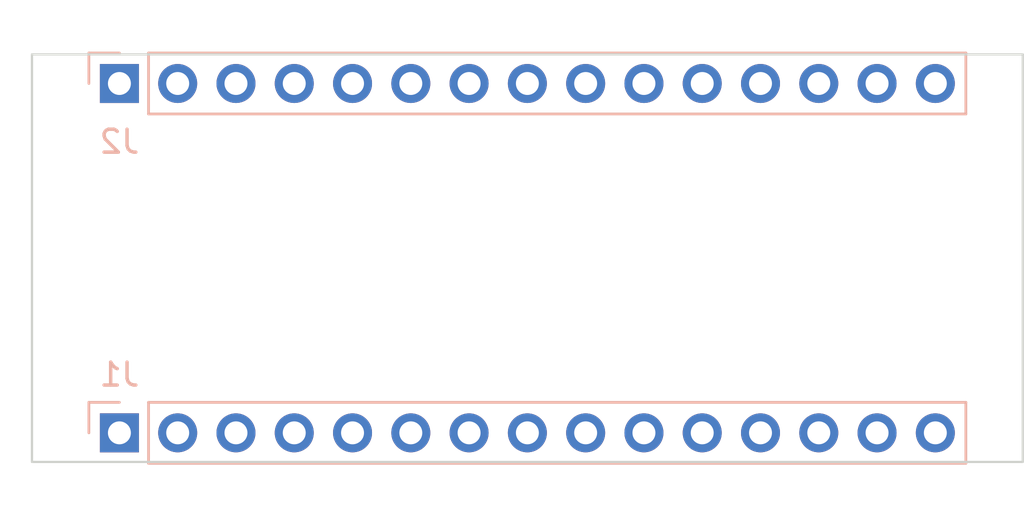
<source format=kicad_pcb>
(kicad_pcb (version 20211014) (generator pcbnew)
  (title_block (date "sam. 04 avril 2015"))
  (layers (0 "F.Cu" signal) (31 "B.Cu" signal) (34 "B.Paste" user) (35 "F.Paste" user) (36 "B.SilkS" user "B.Silkscreen") (37 "F.SilkS" user "F.Silkscreen") (38 "B.Mask" user) (39 "F.Mask" user) (44 "Edge.Cuts" user))
  (net 0 "")
  (net 1 "GND")
  (net 2 "/~{RESET}")
  (net 3 "VCC")
  (net 4 "/*D9")
  (net 5 "/D8")
  (net 6 "/D7")
  (net 7 "/*D6")
  (net 8 "/*D5")
  (net 9 "/D4")
  (net 10 "+5V")
  (net 11 "/A3")
  (net 12 "/A2")
  (net 13 "/A1")
  (net 14 "/A0")
  (net 15 "/AREF")
  (net 16 "/D0{slash}RX")
  (net 17 "/D1{slash}TX")
  (net 18 "+3V3")
  (net 19 "/A7")
  (net 20 "/A6")
  (net 21 "/A5{slash}SCL")
  (net 22 "/A4{slash}SDA")
  (net 23 "/D13{slash}SCK")
  (net 24 "/D2")
  (net 25 "/*D3")
  (net 26 "/*D10{slash}SS")
  (net 27 "/*D11{slash}MOSI")
  (net 28 "/D12{slash}MISO")
  (footprint "Arduino_MountingHole:MountingHole_65mil" (layer "F.Cu") (at 101.27 83.49)
    (fp_text reference "MH2" hide)
    (fp_text value "MountingHole_65mil" hide)
    (pad "" np_thru_hole circle locked (at 0 0) (size 1.651 1.651) (drill 1.651) (layers F&B.Cu *.Mask))
  )
  (footprint "Arduino_MountingHole:MountingHole_65mil" (layer "F.Cu") (at 141.91 98.73)
    (fp_text reference "MH4" hide)
    (fp_text value "MountingHole_65mil" hide)
    (pad "" np_thru_hole circle locked (at 0 0) (size 1.651 1.651) (drill 1.651) (layers F&B.Cu *.Mask))
  )
  (footprint "Arduino_MountingHole:MountingHole_65mil" (layer "F.Cu") (at 101.27 98.73)
    (fp_text reference "MH1" hide)
    (fp_text value "MountingHole_65mil" hide)
    (pad "" np_thru_hole circle locked (at 0 0) (size 1.651 1.651) (drill 1.651) (layers F&B.Cu *.Mask))
  )
  (footprint "Arduino_MountingHole:MountingHole_65mil" (layer "F.Cu") (at 141.91 83.49)
    (fp_text reference "MH3" hide)
    (fp_text value "MountingHole_65mil" hide)
    (pad "" np_thru_hole circle locked (at 0 0) (size 1.651 1.651) (drill 1.651) (layers F&B.Cu *.Mask))
  )
  (footprint "Connector_PinHeader_2.54mm:PinHeader_1x15_P2.54mm_Vertical" (layer "B.Cu") (at 103.81 98.73 -90)
    (fp_text reference "J1" (at -2.54 0 180) (layer "B.SilkS") (effects (justify mirror)))
    (fp_text value "Analog")
    (fp_line (start 1.33 -1.27) (end 1.33 -36.89) (layer "B.SilkS") (width 0.12))
    (fp_line (start -1.33 -36.89) (end 1.33 -36.89) (layer "B.SilkS") (width 0.12))
    (fp_line (start -1.33 0) (end -1.33 1.33) (layer "B.SilkS") (width 0.12))
    (fp_line (start -1.33 -1.27) (end 1.33 -1.27) (layer "B.SilkS") (width 0.12))
    (fp_line (start -1.33 -1.27) (end -1.33 -36.89) (layer "B.SilkS") (width 0.12))
    (fp_line (start -1.33 1.33) (end 0 1.33) (layer "B.SilkS") (width 0.12))
    (pad "1" thru_hole rect locked (at 0 0 270) (size 1.7 1.7) (drill 1) (layers *.Cu *.Mask) (net 23 "/D13{slash}SCK"))
    (pad "2" thru_hole oval locked (at 0 -2.54 270) (size 1.7 1.7) (drill 1) (layers *.Cu *.Mask) (net 18 "+3V3"))
    (pad "3" thru_hole oval locked (at 0 -5.08 270) (size 1.7 1.7) (drill 1) (layers *.Cu *.Mask) (net 15 "/AREF"))
    (pad "4" thru_hole oval locked (at 0 -7.62 270) (size 1.7 1.7) (drill 1) (layers *.Cu *.Mask) (net 14 "/A0"))
    (pad "5" thru_hole oval locked (at 0 -10.16 270) (size 1.7 1.7) (drill 1) (layers *.Cu *.Mask) (net 13 "/A1"))
    (pad "6" thru_hole oval locked (at 0 -12.7 270) (size 1.7 1.7) (drill 1) (layers *.Cu *.Mask) (net 12 "/A2"))
    (pad "7" thru_hole oval locked (at 0 -15.24 270) (size 1.7 1.7) (drill 1) (layers *.Cu *.Mask) (net 11 "/A3"))
    (pad "8" thru_hole oval locked (at 0 -17.78 270) (size 1.7 1.7) (drill 1) (layers *.Cu *.Mask) (net 22 "/A4{slash}SDA"))
    (pad "9" thru_hole oval locked (at 0 -20.32 270) (size 1.7 1.7) (drill 1) (layers *.Cu *.Mask) (net 21 "/A5{slash}SCL"))
    (pad "10" thru_hole oval locked (at 0 -22.86 270) (size 1.7 1.7) (drill 1) (layers *.Cu *.Mask) (net 20 "/A6"))
    (pad "11" thru_hole oval locked (at 0 -25.4 270) (size 1.7 1.7) (drill 1) (layers *.Cu *.Mask) (net 19 "/A7"))
    (pad "12" thru_hole oval locked (at 0 -27.94 270) (size 1.7 1.7) (drill 1) (layers *.Cu *.Mask) (net 10 "+5V"))
    (pad "13" thru_hole oval locked (at 0 -30.48 270) (size 1.7 1.7) (drill 1) (layers *.Cu *.Mask) (net 2 "/~{RESET}"))
    (pad "14" thru_hole oval locked (at 0 -33.02 270) (size 1.7 1.7) (drill 1) (layers *.Cu *.Mask) (net 1 "GND"))
    (pad "15" thru_hole oval locked (at 0 -35.56 270) (size 1.7 1.7) (drill 1) (layers *.Cu *.Mask) (net 3 "VCC"))
  )
  (footprint "Connector_PinHeader_2.54mm:PinHeader_1x15_P2.54mm_Vertical" (layer "B.Cu") (at 103.81 83.49 -90)
    (fp_text reference "J2" (at 2.54 0 180) (layer "B.SilkS") (effects (justify mirror)))
    (fp_text value "Digital")
    (fp_line (start -1.33 1.33) (end 0 1.33) (layer "B.SilkS") (width 0.12))
    (fp_line (start -1.33 -36.89) (end 1.33 -36.89) (layer "B.SilkS") (width 0.12))
    (fp_line (start -1.33 0) (end -1.33 1.33) (layer "B.SilkS") (width 0.12))
    (fp_line (start 1.33 -1.27) (end 1.33 -36.89) (layer "B.SilkS") (width 0.12))
    (fp_line (start -1.33 -1.27) (end -1.33 -36.89) (layer "B.SilkS") (width 0.12))
    (fp_line (start -1.33 -1.27) (end 1.33 -1.27) (layer "B.SilkS") (width 0.12))
    (pad "1" thru_hole rect locked (at 0 0 270) (size 1.7 1.7) (drill 1) (layers *.Cu *.Mask) (net 28 "/D12{slash}MISO"))
    (pad "2" thru_hole oval locked (at 0 -2.54 270) (size 1.7 1.7) (drill 1) (layers *.Cu *.Mask) (net 27 "/*D11{slash}MOSI"))
    (pad "3" thru_hole oval locked (at 0 -5.08 270) (size 1.7 1.7) (drill 1) (layers *.Cu *.Mask) (net 26 "/*D10{slash}SS"))
    (pad "4" thru_hole oval locked (at 0 -7.62 270) (size 1.7 1.7) (drill 1) (layers *.Cu *.Mask) (net 4 "/*D9"))
    (pad "5" thru_hole oval locked (at 0 -10.16 270) (size 1.7 1.7) (drill 1) (layers *.Cu *.Mask) (net 5 "/D8"))
    (pad "6" thru_hole oval locked (at 0 -12.7 270) (size 1.7 1.7) (drill 1) (layers *.Cu *.Mask) (net 6 "/D7"))
    (pad "7" thru_hole oval locked (at 0 -15.24 270) (size 1.7 1.7) (drill 1) (layers *.Cu *.Mask) (net 7 "/*D6"))
    (pad "8" thru_hole oval locked (at 0 -17.78 270) (size 1.7 1.7) (drill 1) (layers *.Cu *.Mask) (net 8 "/*D5"))
    (pad "9" thru_hole oval locked (at 0 -20.32 270) (size 1.7 1.7) (drill 1) (layers *.Cu *.Mask) (net 9 "/D4"))
    (pad "10" thru_hole oval locked (at 0 -22.86 270) (size 1.7 1.7) (drill 1) (layers *.Cu *.Mask) (net 25 "/*D3"))
    (pad "11" thru_hole oval locked (at 0 -25.4 270) (size 1.7 1.7) (drill 1) (layers *.Cu *.Mask) (net 24 "/D2"))
    (pad "12" thru_hole oval locked (at 0 -27.94 270) (size 1.7 1.7) (drill 1) (layers *.Cu *.Mask) (net 1 "GND"))
    (pad "13" thru_hole oval locked (at 0 -30.48 270) (size 1.7 1.7) (drill 1) (layers *.Cu *.Mask) (net 2 "/~{RESET}"))
    (pad "14" thru_hole oval locked (at 0 -33.02 270) (size 1.7 1.7) (drill 1) (layers *.Cu *.Mask) (net 16 "/D0{slash}RX"))
    (pad "15" thru_hole oval locked (at 0 -35.56 270) (size 1.7 1.7) (drill 1) (layers *.Cu *.Mask) (net 17 "/D1{slash}TX"))
  )
  (gr_rect (start 100 82.22) (end 143.18 100) (layer "Edge.Cuts") (width 0.1) (fill none))
)
</source>
